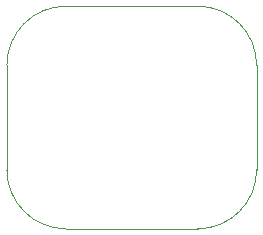
<source format=gbr>
%TF.GenerationSoftware,KiCad,Pcbnew,9.0.5*%
%TF.CreationDate,2025-10-14T06:31:36+02:00*%
%TF.ProjectId,PCB_Mouse,5043425f-4d6f-4757-9365-2e6b69636164,rev?*%
%TF.SameCoordinates,Original*%
%TF.FileFunction,Legend,Bot*%
%TF.FilePolarity,Positive*%
%FSLAX46Y46*%
G04 Gerber Fmt 4.6, Leading zero omitted, Abs format (unit mm)*
G04 Created by KiCad (PCBNEW 9.0.5) date 2025-10-14 06:31:36*
%MOMM*%
%LPD*%
G01*
G04 APERTURE LIST*
%ADD10C,0.100000*%
G04 APERTURE END LIST*
D10*
%TO.C,U1*%
X90145000Y-104425000D02*
X90145000Y-95575000D01*
X95145000Y-90575000D02*
X106295000Y-90575000D01*
X106295000Y-109425000D02*
X95145000Y-109425000D01*
X111295000Y-95575000D02*
X111295000Y-104425000D01*
X90145000Y-95575000D02*
G75*
G02*
X95145000Y-90575000I5000000J0D01*
G01*
X95145000Y-109425000D02*
G75*
G02*
X90145000Y-104425000I0J5000000D01*
G01*
X106295000Y-90575000D02*
G75*
G02*
X111295000Y-95575000I0J-5000000D01*
G01*
X111295000Y-104425000D02*
G75*
G02*
X106295000Y-109425000I-5000000J0D01*
G01*
%TD*%
M02*

</source>
